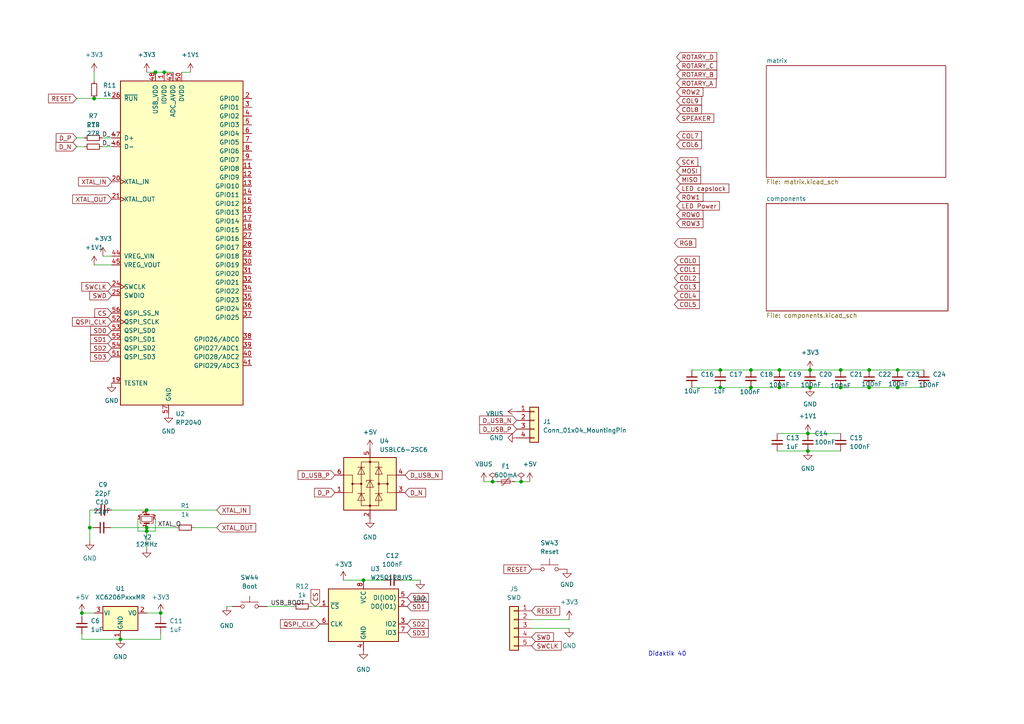
<source format=kicad_sch>
(kicad_sch (version 20230121) (generator eeschema)
  (paper "A4")
  (lib_symbols
    (symbol "Connector_Generic:Conn_01x04" (pin_names (offset 1.016) hide)
      (property "Reference" "J" (at 0 5.08 0))
      (property "Value" "Conn_01x04" (at 0 -7.62 0))
      (symbol "Conn_01x04_1_1"
        (rectangle (start -1.27 -4.953) (end 0 -5.207) (stroke (width 0.1524)))
        (rectangle (start -1.27 -2.413) (end 0 -2.667) (stroke (width 0.1524)))
        (rectangle (start -1.27 0.127) (end 0 -0.127) (stroke (width 0.1524)))
        (rectangle (start -1.27 2.667) (end 0 2.413) (stroke (width 0.1524)))
        (rectangle (start -1.27 3.81) (end 1.27 -6.35) (stroke (width 0.254)) (fill (type background)))
        (pin passive line (at -5.08 2.54 0) (length 3.81) (name "Pin_1") (number "1"))
        (pin passive line (at -5.08 0 0) (length 3.81) (name "Pin_2") (number "2"))
        (pin passive line (at -5.08 -2.54 0) (length 3.81) (name "Pin_3") (number "3"))
        (pin passive line (at -5.08 -5.08 0) (length 3.81) (name "Pin_4") (number "4"))
      )
    )
    (symbol "Connector_Generic:Conn_01x05" (pin_names (offset 1.016) hide)
      (property "Reference" "J" (at 0 7.62 0))
      (property "Value" "Conn_01x05" (at 0 -7.62 0))
      (symbol "Conn_01x05_1_1"
        (rectangle (start -1.27 -4.953) (end 0 -5.207) (stroke (width 0.1524)))
        (rectangle (start -1.27 -2.413) (end 0 -2.667) (stroke (width 0.1524)))
        (rectangle (start -1.27 0.127) (end 0 -0.127) (stroke (width 0.1524)))
        (rectangle (start -1.27 2.667) (end 0 2.413) (stroke (width 0.1524)))
        (rectangle (start -1.27 5.207) (end 0 4.953) (stroke (width 0.1524)))
        (rectangle (start -1.27 6.35) (end 1.27 -6.35) (stroke (width 0.254)) (fill (type background)))
        (pin passive line (at -5.08 5.08 0) (length 3.81) (name "Pin_1") (number "1"))
        (pin passive line (at -5.08 2.54 0) (length 3.81) (name "Pin_2") (number "2"))
        (pin passive line (at -5.08 0 0) (length 3.81) (name "Pin_3") (number "3"))
        (pin passive line (at -5.08 -2.54 0) (length 3.81) (name "Pin_4") (number "4"))
        (pin passive line (at -5.08 -5.08 0) (length 3.81) (name "Pin_5") (number "5"))
      )
    )
    (symbol "Device:C_Small" (pin_numbers hide) (pin_names (offset 0.254) hide)
      (property "Reference" "C" (at 0.254 1.778 0))
      (property "Value" "C_Small" (at 0.254 -2.032 0))
      (symbol "C_Small_0_1"
        (polyline (pts (xy -1.524 -0.508) (xy 1.524 -0.508)) (stroke (width 0.3302)))
        (polyline (pts (xy -1.524 0.508) (xy 1.524 0.508)) (stroke (width 0.3048)))
      )
      (symbol "C_Small_1_1"
        (pin passive line (at 0 2.54 270) (length 2.032) (name "~") (number "1"))
        (pin passive line (at 0 -2.54 90) (length 2.032) (name "~") (number "2"))
      )
    )
    (symbol "Device:Crystal_GND24_Small" (pin_names (offset 1.016) hide)
      (property "Reference" "Y" (at 1.27 4.445 0))
      (property "Value" "Crystal_GND24_Small" (at 1.27 2.54 0))
      (symbol "Crystal_GND24_Small_0_1"
        (rectangle (start -0.762 -1.524) (end 0.762 1.524))
        (polyline (pts (xy -1.27 -0.762) (xy -1.27 0.762)) (stroke (width 0.381)))
        (polyline (pts (xy 1.27 -0.762) (xy 1.27 0.762)) (stroke (width 0.381)))
        (polyline (pts (xy -1.27 -1.27) (xy -1.27 -1.905) (xy 1.27 -1.905) (xy 1.27 -1.27)))
        (polyline (pts (xy -1.27 1.27) (xy -1.27 1.905) (xy 1.27 1.905) (xy 1.27 1.27)))
      )
      (symbol "Crystal_GND24_Small_1_1"
        (pin passive line (at -2.54 0 0) (length 1.27) (name "1") (number "1"))
        (pin passive line (at 0 -2.54 90) (length 0.635) (name "2") (number "2"))
        (pin passive line (at 2.54 0 180) (length 1.27) (name "3") (number "3"))
        (pin passive line (at 0 2.54 270) (length 0.635) (name "4") (number "4"))
      )
    )
    (symbol "Device:Polyfuse_Small" (pin_numbers hide) (pin_names (offset 0))
      (property "Reference" "F" (at -1.905 0 90))
      (property "Value" "Polyfuse_Small" (at 1.905 0 90))
      (symbol "Polyfuse_Small_0_1"
        (rectangle (start -0.508 1.27) (end 0.508 -1.27))
        (polyline (pts (xy 0 2.54) (xy 0 -2.54)))
        (polyline (pts (xy -1.016 1.27) (xy -1.016 0.762) (xy 1.016 -0.762) (xy 1.016 -1.27)))
      )
      (symbol "Polyfuse_Small_1_1"
        (pin passive line (at 0 2.54 270) (length 0.635) (name "~") (number "1"))
        (pin passive line (at 0 -2.54 90) (length 0.635) (name "~") (number "2"))
      )
    )
    (symbol "Device:R_Small" (pin_numbers hide) (pin_names (offset 0.254) hide)
      (property "Reference" "R" (at 0.762 0.508 0))
      (property "Value" "R_Small" (at 0.762 -1.016 0))
      (symbol "R_Small_0_1"
        (rectangle (start -0.762 1.778) (end 0.762 -1.778) (stroke (width 0.2032)))
      )
      (symbol "R_Small_1_1"
        (pin passive line (at 0 2.54 270) (length 0.762) (name "~") (number "1"))
        (pin passive line (at 0 -2.54 90) (length 0.762) (name "~") (number "2"))
      )
    )
    (symbol "Memory_Flash:W25Q128JVS"
      (property "Reference" "U" (at -8.89 8.89 0))
      (property "Value" "W25Q128JVS" (at 7.62 8.89 0))
      (symbol "W25Q128JVS_0_1"
        (rectangle (start -10.16 7.62) (end 10.16 -7.62) (stroke (width 0.254)) (fill (type background)))
      )
      (symbol "W25Q128JVS_1_1"
        (pin input line (at -12.7 2.54 0) (length 2.54) (name "~{CS}") (number "1"))
        (pin bidirectional line (at 12.7 2.54 180) (length 2.54) (name "DO(IO1)") (number "2"))
        (pin bidirectional line (at 12.7 -2.54 180) (length 2.54) (name "IO2") (number "3"))
        (pin power_in line (at 0 -10.16 90) (length 2.54) (name "GND") (number "4"))
        (pin bidirectional line (at 12.7 5.08 180) (length 2.54) (name "DI(IO0)") (number "5"))
        (pin input line (at -12.7 -2.54 0) (length 2.54) (name "CLK") (number "6"))
        (pin bidirectional line (at 12.7 -5.08 180) (length 2.54) (name "IO3") (number "7"))
        (pin power_in line (at 0 10.16 270) (length 2.54) (name "VCC") (number "8"))
      )
    )
    (symbol "Power_Protection:USBLC6-2SC6" (pin_names hide)
      (property "Reference" "U" (at 2.54 8.89 0))
      (property "Value" "USBLC6-2SC6" (at 2.54 -8.89 0))
      (symbol "USBLC6-2SC6_0_1"
        (rectangle (start -7.62 -7.62) (end 7.62 7.62) (stroke (width 0.254)) (fill (type background)))
        (circle (center -5.08 0) (radius 0.254) (fill (type outline)))
        (circle (center -2.54 0) (radius 0.254) (fill (type outline)))
        (rectangle (start -2.54 6.35) (end 2.54 -6.35))
        (circle (center 0 -6.35) (radius 0.254) (fill (type outline)))
        (polyline (pts (xy -5.08 -2.54) (xy -7.62 -2.54)))
        (polyline (pts (xy -5.08 0) (xy -5.08 -2.54)))
        (polyline (pts (xy -5.08 2.54) (xy -7.62 2.54)))
        (polyline (pts (xy -1.524 -2.794) (xy -3.556 -2.794)))
        (polyline (pts (xy -1.524 4.826) (xy -3.556 4.826)))
        (polyline (pts (xy 0 -7.62) (xy 0 -6.35)))
        (polyline (pts (xy 0 -6.35) (xy 0 1.27)))
        (polyline (pts (xy 0 1.27) (xy 0 6.35)))
        (polyline (pts (xy 0 6.35) (xy 0 7.62)))
        (polyline (pts (xy 1.524 -2.794) (xy 3.556 -2.794)))
        (polyline (pts (xy 1.524 4.826) (xy 3.556 4.826)))
        (polyline (pts (xy 5.08 -2.54) (xy 7.62 -2.54)))
        (polyline (pts (xy 5.08 0) (xy 5.08 -2.54)))
        (polyline (pts (xy 5.08 2.54) (xy 7.62 2.54)))
        (polyline (pts (xy -2.54 0) (xy -5.08 0) (xy -5.08 2.54)))
        (polyline (pts (xy 2.54 0) (xy 5.08 0) (xy 5.08 2.54)))
        (polyline (pts (xy -3.556 -4.826) (xy -1.524 -4.826) (xy -2.54 -2.794) (xy -3.556 -4.826)))
        (polyline (pts (xy -3.556 2.794) (xy -1.524 2.794) (xy -2.54 4.826) (xy -3.556 2.794)))
        (polyline (pts (xy -1.016 -1.016) (xy 1.016 -1.016) (xy 0 1.016) (xy -1.016 -1.016)))
        (polyline (pts (xy 1.016 1.016) (xy 0.762 1.016) (xy -1.016 1.016) (xy -1.016 0.508)))
        (polyline (pts (xy 3.556 -4.826) (xy 1.524 -4.826) (xy 2.54 -2.794) (xy 3.556 -4.826)))
        (polyline (pts (xy 3.556 2.794) (xy 1.524 2.794) (xy 2.54 4.826) (xy 3.556 2.794)))
        (circle (center 0 6.35) (radius 0.254) (fill (type outline)))
        (circle (center 2.54 0) (radius 0.254) (fill (type outline)))
        (circle (center 5.08 0) (radius 0.254) (fill (type outline)))
      )
      (symbol "USBLC6-2SC6_1_1"
        (pin passive line (at -10.16 -2.54 0) (length 2.54) (name "I/O1") (number "1"))
        (pin passive line (at 0 -10.16 90) (length 2.54) (name "GND") (number "2"))
        (pin passive line (at 10.16 -2.54 180) (length 2.54) (name "I/O2") (number "3"))
        (pin passive line (at 10.16 2.54 180) (length 2.54) (name "I/O2") (number "4"))
        (pin passive line (at 0 10.16 270) (length 2.54) (name "VBUS") (number "5"))
        (pin passive line (at -10.16 2.54 0) (length 2.54) (name "I/O1") (number "6"))
      )
    )
    (symbol "Regulator_Linear:XC6206PxxxMR" (pin_names (offset 0.254))
      (property "Reference" "U" (at -3.81 3.175 0))
      (property "Value" "XC6206PxxxMR" (at 0 3.175 0))
      (symbol "XC6206PxxxMR_0_1"
        (rectangle (start -5.08 1.905) (end 5.08 -5.08) (stroke (width 0.254)) (fill (type background)))
      )
      (symbol "XC6206PxxxMR_1_1"
        (pin power_in line (at 0 -7.62 90) (length 2.54) (name "GND") (number "1"))
        (pin power_out line (at 7.62 0 180) (length 2.54) (name "VO") (number "2"))
        (pin power_in line (at -7.62 0 0) (length 2.54) (name "VI") (number "3"))
      )
    )
    (symbol "Sleep-lib:RP2040" (pin_names (offset 1.016))
      (property "Reference" "U" (at 8.89 51.435 0))
      (property "Value" "RP2040" (at 8.89 48.895 0))
      (symbol "RP2040_0_0"
        (rectangle (start -17.78 -45.72) (end 17.78 48.26) (stroke (width 0.254)) (fill (type background)))
      )
      (symbol "RP2040_1_1"
        (pin power_in line (at -5.08 50.8 270) (length 2.54) (name "IOVDD") (number "1"))
        (pin power_in line (at -5.08 50.8 270) (length 2.54) hide (name "IOVDD") (number "10"))
        (pin input line (at 20.32 22.86 180) (length 2.54) (name "GPIO8") (number "11"))
        (pin input line (at 20.32 20.32 180) (length 2.54) (name "GPIO9") (number "12"))
        (pin input line (at 20.32 17.78 180) (length 2.54) (name "GPIO10") (number "13"))
        (pin input line (at 20.32 15.24 180) (length 2.54) (name "GPIO11") (number "14"))
        (pin input line (at 20.32 12.7 180) (length 2.54) (name "GPIO12") (number "15"))
        (pin input line (at 20.32 10.16 180) (length 2.54) (name "GPIO13") (number "16"))
        (pin input line (at 20.32 7.62 180) (length 2.54) (name "GPIO14") (number "17"))
        (pin input line (at 20.32 5.08 180) (length 2.54) (name "GPIO15") (number "18"))
        (pin input line (at -20.32 -39.37 0) (length 2.54) (name "TESTEN") (number "19"))
        (pin input line (at 20.32 43.18 180) (length 2.54) (name "GPIO0") (number "2"))
        (pin input clock (at -20.32 19.05 0) (length 2.54) (name "XTAL_IN") (number "20"))
        (pin input clock (at -20.32 13.97 0) (length 2.54) (name "XTAL_OUT") (number "21"))
        (pin power_in line (at -5.08 50.8 270) (length 2.54) hide (name "IOVDD") (number "22"))
        (pin power_in line (at 0 50.8 270) (length 2.54) hide (name "DVDD") (number "23"))
        (pin input clock (at -20.32 -11.43 0) (length 2.54) (name "SWCLK") (number "24"))
        (pin bidirectional line (at -20.32 -13.97 0) (length 2.54) (name "SWDIO") (number "25"))
        (pin input line (at -20.32 43.18 0) (length 2.54) (name "~{RUN}") (number "26"))
        (pin input line (at 20.32 2.54 180) (length 2.54) (name "GPIO16") (number "27"))
        (pin input line (at 20.32 0 180) (length 2.54) (name "GPIO17") (number "28"))
        (pin input line (at 20.32 -2.54 180) (length 2.54) (name "GPIO18") (number "29"))
        (pin input line (at 20.32 40.64 180) (length 2.54) (name "GPIO1") (number "3"))
        (pin input line (at 20.32 -5.08 180) (length 2.54) (name "GPIO19") (number "30"))
        (pin input line (at 20.32 -7.62 180) (length 2.54) (name "GPIO20") (number "31"))
        (pin input line (at 20.32 -10.16 180) (length 2.54) (name "GPIO21") (number "32"))
        (pin power_in line (at -5.08 50.8 270) (length 2.54) hide (name "IOVDD") (number "33"))
        (pin input line (at 20.32 -12.7 180) (length 2.54) (name "GPIO22") (number "34"))
        (pin input line (at 20.32 -15.24 180) (length 2.54) (name "GPIO23") (number "35"))
        (pin input line (at 20.32 -17.78 180) (length 2.54) (name "GPIO24") (number "36"))
        (pin input line (at 20.32 -20.32 180) (length 2.54) (name "GPIO25") (number "37"))
        (pin input line (at 20.32 -26.67 180) (length 2.54) (name "GPIO26/ADC0") (number "38"))
        (pin input line (at 20.32 -29.21 180) (length 2.54) (name "GPIO27/ADC1") (number "39"))
        (pin input line (at 20.32 38.1 180) (length 2.54) (name "GPIO2") (number "4"))
        (pin input line (at 20.32 -31.75 180) (length 2.54) (name "GPIO28/ADC2") (number "40"))
        (pin input line (at 20.32 -34.29 180) (length 2.54) (name "GPIO29/ADC3") (number "41"))
        (pin power_in line (at -5.08 50.8 270) (length 2.54) hide (name "IOVDD") (number "42"))
        (pin power_in line (at -2.54 50.8 270) (length 2.54) (name "ADC_AVDD") (number "43"))
        (pin power_in line (at -20.32 -2.54 0) (length 2.54) (name "VREG_VIN") (number "44"))
        (pin power_out line (at -20.32 -5.08 0) (length 2.54) (name "VREG_VOUT") (number "45"))
        (pin bidirectional line (at -20.32 29.21 0) (length 2.54) (name "D-") (number "46"))
        (pin bidirectional line (at -20.32 31.75 0) (length 2.54) (name "D+") (number "47"))
        (pin power_in line (at -7.62 50.8 270) (length 2.54) (name "USB_VDD") (number "48"))
        (pin power_in line (at -5.08 50.8 270) (length 2.54) hide (name "IOVDD") (number "49"))
        (pin input line (at 20.32 35.56 180) (length 2.54) (name "GPIO3") (number "5"))
        (pin power_in line (at 0 50.8 270) (length 2.54) (name "DVDD") (number "50"))
        (pin bidirectional line (at -20.32 -31.75 0) (length 2.54) (name "QSPI_SD3") (number "51"))
        (pin input clock (at -20.32 -21.59 0) (length 2.54) (name "QSPI_SCLK") (number "52"))
        (pin bidirectional line (at -20.32 -24.13 0) (length 2.54) (name "QSPI_SD0") (number "53"))
        (pin bidirectional line (at -20.32 -29.21 0) (length 2.54) (name "QSPI_SD2") (number "54"))
        (pin bidirectional line (at -20.32 -26.67 0) (length 2.54) (name "QSPI_SD1") (number "55"))
        (pin bidirectional line (at -20.32 -19.05 0) (length 2.54) (name "QSPI_SS_N") (number "56"))
        (pin power_in line (at -3.81 -48.26 90) (length 2.54) (name "GND") (number "57"))
        (pin input line (at 20.32 33.02 180) (length 2.54) (name "GPIO4") (number "6"))
        (pin input line (at 20.32 30.48 180) (length 2.54) (name "GPIO5") (number "7"))
        (pin input line (at 20.32 27.94 180) (length 2.54) (name "GPIO6") (number "8"))
        (pin input line (at 20.32 25.4 180) (length 2.54) (name "GPIO7") (number "9"))
      )
    )
    (symbol "Switch:SW_Push" (pin_numbers hide) (pin_names (offset 1.016) hide)
      (property "Reference" "SW" (at 1.27 2.54 0))
      (property "Value" "SW_Push" (at 0 -1.524 0))
      (symbol "SW_Push_0_1"
        (circle (center -2.032 0) (radius 0.508))
        (polyline (pts (xy 0 1.27) (xy 0 3.048)))
        (polyline (pts (xy 2.54 1.27) (xy -2.54 1.27)))
        (circle (center 2.032 0) (radius 0.508))
        (pin passive line (at -5.08 0 0) (length 2.54) (name "1") (number "1"))
        (pin passive line (at 5.08 0 180) (length 2.54) (name "2") (number "2"))
      )
    )
    (symbol "power:+1V1" (power) (pin_names (offset 0))
      (property "Value" "+1V1" (at 0 3.556 0))
      (symbol "+1V1_0_1"
        (polyline (pts (xy -0.762 1.27) (xy 0 2.54)))
        (polyline (pts (xy 0 0) (xy 0 2.54)))
        (polyline (pts (xy 0 2.54) (xy 0.762 1.27)))
      )
      (symbol "+1V1_1_1"
        (pin power_in line (at 0 0 90) (length 0) hide (name "+1V1") (number "1"))
      )
    )
    (symbol "power:+3V3" (power) (pin_names (offset 0))
      (property "Value" "+3V3" (at 0 3.556 0))
      (symbol "+3V3_0_1"
        (polyline (pts (xy -0.762 1.27) (xy 0 2.54)))
        (polyline (pts (xy 0 0) (xy 0 2.54)))
        (polyline (pts (xy 0 2.54) (xy 0.762 1.27)))
      )
      (symbol "+3V3_1_1"
        (pin power_in line (at 0 0 90) (length 0) hide (name "+3V3") (number "1"))
      )
    )
    (symbol "power:+5V" (power) (pin_names (offset 0))
      (property "Value" "+5V" (at 0 3.556 0))
      (symbol "+5V_0_1"
        (polyline (pts (xy -0.762 1.27) (xy 0 2.54)))
        (polyline (pts (xy 0 0) (xy 0 2.54)))
        (polyline (pts (xy 0 2.54) (xy 0.762 1.27)))
      )
      (symbol "+5V_1_1"
        (pin power_in line (at 0 0 90) (length 0) hide (name "+5V") (number "1"))
      )
    )
    (symbol "power:GND" (power) (pin_names (offset 0))
      (property "Value" "GND" (at 0 -3.81 0))
      (symbol "GND_0_1"
        (polyline (pts (xy 0 0) (xy 0 -1.27) (xy 1.27 -1.27) (xy 0 -2.54) (xy -1.27 -1.27) (xy 0 -1.27)))
      )
      (symbol "GND_1_1"
        (pin power_in line (at 0 0 270) (length 0) hide (name "GND") (number "1"))
      )
    )
    (symbol "power:PWR_FLAG" (power) (pin_numbers hide) (pin_names (offset 0) hide)
      (property "Value" "PWR_FLAG" (at 0 3.81 0))
      (symbol "PWR_FLAG_0_0"
        (pin power_out line (at 0 0 90) (length 0) (name "pwr") (number "1"))
      )
      (symbol "PWR_FLAG_0_1"
        (polyline (pts (xy 0 0) (xy 0 1.27) (xy -1.016 1.905) (xy 0 2.54) (xy 1.016 1.905) (xy 0 1.27)))
      )
    )
    (symbol "power:VBUS" (power) (pin_names (offset 0))
      (property "Value" "VBUS" (at 0 3.81 0))
      (symbol "VBUS_0_1"
        (polyline (pts (xy -0.762 1.27) (xy 0 2.54)))
        (polyline (pts (xy 0 0) (xy 0 2.54)))
        (polyline (pts (xy 0 2.54) (xy 0.762 1.27)))
      )
      (symbol "VBUS_1_1"
        (pin power_in line (at 0 0 90) (length 0) hide (name "VBUS") (number "1"))
      )
    )
  )
  (junction (at 151.13 139.7))
  (junction (at 26.035 153.035))
  (junction (at 47.625 20.955))
  (junction (at 260.35 107.315))
  (junction (at 234.315 125.73))
  (junction (at 234.315 130.81))
  (junction (at 42.545 147.955))
  (junction (at 252.095 107.315))
  (junction (at 142.875 139.7))
  (junction (at 243.84 107.315))
  (junction (at 243.84 112.395))
  (junction (at 252.095 112.395))
  (junction (at 226.06 112.395))
  (junction (at 45.085 20.955))
  (junction (at 217.805 112.395))
  (junction (at 105.41 168.275))
  (junction (at 208.915 107.315))
  (junction (at 208.915 112.395))
  (junction (at 234.95 112.395))
  (junction (at 42.545 153.035))
  (junction (at 226.06 107.315))
  (junction (at 34.925 185.42))
  (junction (at 27.305 28.575))
  (junction (at 46.609 177.8))
  (junction (at 42.545 154.051))
  (junction (at 217.805 107.315))
  (junction (at 23.749 177.8))
  (junction (at 234.95 107.315))
  (junction (at 260.35 112.395))
  (wire (pts (xy 26.035 156.845) (xy 26.035 153.035)))
  (wire (pts (xy 46.609 185.42) (xy 46.609 183.896)))
  (wire (pts (xy 226.06 107.315) (xy 234.95 107.315)))
  (wire (pts (xy 29.591 42.545) (xy 32.385 42.545)))
  (wire (pts (xy 26.035 153.035) (xy 26.035 147.955)))
  (wire (pts (xy 99.568 168.275) (xy 105.41 168.275)))
  (wire (pts (xy 42.545 177.8) (xy 46.609 177.8)))
  (wire (pts (xy 200.66 107.315) (xy 208.915 107.315)))
  (wire (pts (xy 45.085 20.955) (xy 42.545 20.955)))
  (wire (pts (xy 217.805 112.395) (xy 226.06 112.395)))
  (wire (pts (xy 208.915 112.395) (xy 217.805 112.395)))
  (wire (pts (xy 29.845 74.295) (xy 32.385 74.295)))
  (wire (pts (xy 27.305 76.835) (xy 32.385 76.835)))
  (wire (pts (xy 92.71 175.895) (xy 90.17 175.895)))
  (wire (pts (xy 34.925 185.42) (xy 46.609 185.42)))
  (wire (pts (xy 27.305 28.575) (xy 32.385 28.575)))
  (wire (pts (xy 234.315 125.73) (xy 243.84 125.73)))
  (wire (pts (xy 151.13 139.7) (xy 153.67 139.7)))
  (wire (pts (xy 23.749 183.896) (xy 23.749 185.42)))
  (wire (pts (xy 243.84 107.315) (xy 252.095 107.315)))
  (wire (pts (xy 42.545 153.035) (xy 51.181 153.035)))
  (wire (pts (xy 234.315 130.81) (xy 243.84 130.81)))
  (wire (pts (xy 45.085 150.495) (xy 45.085 154.051)))
  (wire (pts (xy 234.95 107.315) (xy 243.84 107.315)))
  (wire (pts (xy 22.225 42.545) (xy 24.511 42.545)))
  (wire (pts (xy 260.35 112.395) (xy 267.97 112.395)))
  (wire (pts (xy 140.335 139.7) (xy 142.875 139.7)))
  (wire (pts (xy 27.051 153.035) (xy 26.035 153.035)))
  (wire (pts (xy 47.625 20.955) (xy 45.085 20.955)))
  (wire (pts (xy 26.035 147.955) (xy 27.305 147.955)))
  (wire (pts (xy 217.805 107.315) (xy 226.06 107.315)))
  (wire (pts (xy 142.875 139.7) (xy 144.145 139.7)))
  (wire (pts (xy 226.06 112.395) (xy 234.95 112.395)))
  (wire (pts (xy 67.31 175.895) (xy 65.786 175.895)))
  (wire (pts (xy 42.545 154.051) (xy 42.545 159.131)))
  (wire (pts (xy 154.178 179.705) (xy 165.1 179.705)))
  (wire (pts (xy 243.84 112.395) (xy 252.095 112.395)))
  (wire (pts (xy 85.09 175.895) (xy 77.47 175.895)))
  (wire (pts (xy 260.35 107.315) (xy 267.97 107.315)))
  (wire (pts (xy 23.749 177.8) (xy 23.749 178.816)))
  (wire (pts (xy 32.131 153.035) (xy 42.545 153.035)))
  (wire (pts (xy 208.915 107.315) (xy 217.805 107.315)))
  (wire (pts (xy 116.332 168.275) (xy 121.92 168.275)))
  (wire (pts (xy 46.609 177.8) (xy 46.609 178.816)))
  (wire (pts (xy 22.225 28.575) (xy 27.305 28.575)))
  (wire (pts (xy 252.095 112.395) (xy 260.35 112.395)))
  (wire (pts (xy 252.095 107.315) (xy 260.35 107.315)))
  (wire (pts (xy 154.178 182.245) (xy 165.1 182.245)))
  (wire (pts (xy 149.225 139.7) (xy 151.13 139.7)))
  (wire (pts (xy 27.305 20.955) (xy 27.305 23.495)))
  (wire (pts (xy 32.385 147.955) (xy 42.545 147.955)))
  (wire (pts (xy 225.425 125.73) (xy 234.315 125.73)))
  (wire (pts (xy 40.005 154.051) (xy 42.545 154.051)))
  (wire (pts (xy 45.085 154.051) (xy 42.545 154.051)))
  (wire (pts (xy 234.95 112.395) (xy 243.84 112.395)))
  (wire (pts (xy 22.225 40.005) (xy 24.511 40.005)))
  (wire (pts (xy 52.705 20.955) (xy 55.245 20.955)))
  (wire (pts (xy 56.261 153.035) (xy 62.865 153.035)))
  (wire (pts (xy 200.66 112.395) (xy 208.915 112.395)))
  (wire (pts (xy 225.425 130.81) (xy 234.315 130.81)))
  (wire (pts (xy 50.165 20.955) (xy 47.625 20.955)))
  (wire (pts (xy 27.305 177.8) (xy 23.749 177.8)))
  (wire (pts (xy 40.005 150.495) (xy 40.005 154.051)))
  (wire (pts (xy 42.545 147.955) (xy 62.865 147.955)))
  (wire (pts (xy 29.591 40.005) (xy 32.385 40.005)))
  (wire (pts (xy 23.749 185.42) (xy 34.925 185.42)))
  (wire (pts (xy 105.41 168.275) (xy 111.252 168.275)))
  (text "Didaktik 40" (at 187.96 190.5 0) (effects (font (size 1.27 1.27)) (justify left bottom)))
  (label "XTAL_O" (at 45.72 153.035 0))
  (label "D_+" (at 29.591 40.005 0))
  (label "USB_BOOT" (at 78.486 175.895 0))
  (label "D_-" (at 29.591 42.545 0))
  (global_label "XTAL_OUT" (shape input) (at 32.385 57.785 180) (property "Intersheetrefs" "${INTERSHEET_REFS}" (effects hide)))
  (global_label "COL8" (shape input) (at 196.215 31.75 0) (property "Intersheetrefs" "${INTERSHEET_REFS}" (effects hide)))
  (global_label "D_USB_N" (shape input) (at 149.86 121.92 180) (property "Intersheetrefs" "${INTERSHEET_REFS}" (effects hide)))
  (global_label "RESET" (shape input) (at 154.305 165.1 180) (property "Intersheetrefs" "${INTERSHEET_REFS}" (effects hide)))
  (global_label "SPEAKER" (shape input) (at 196.215 34.29 0) (property "Intersheetrefs" "${INTERSHEET_REFS}" (effects hide)))
  (global_label "SD3" (shape input) (at 118.11 183.515 0) (property "Intersheetrefs" "${INTERSHEET_REFS}" (effects hide)))
  (global_label "D_N" (shape input) (at 117.475 142.875 0) (property "Intersheetrefs" "${INTERSHEET_REFS}" (effects hide)))
  (global_label "LED capslock" (shape input) (at 196.215 54.61 0) (property "Intersheetrefs" "${INTERSHEET_REFS}" (effects hide)))
  (global_label "RESET" (shape input) (at 22.225 28.575 180) (property "Intersheetrefs" "${INTERSHEET_REFS}" (effects hide)))
  (global_label "CS" (shape input) (at 91.44 175.895 90) (property "Intersheetrefs" "${INTERSHEET_REFS}" (effects hide)))
  (global_label "CS" (shape input) (at 32.385 90.805 180) (property "Intersheetrefs" "${INTERSHEET_REFS}" (effects hide)))
  (global_label "ROW0" (shape input) (at 196.215 62.23 0) (property "Intersheetrefs" "${INTERSHEET_REFS}" (effects hide)))
  (global_label "SD0" (shape input) (at 32.385 95.885 180) (property "Intersheetrefs" "${INTERSHEET_REFS}" (effects hide)))
  (global_label "D_P" (shape input) (at 97.155 142.875 180) (property "Intersheetrefs" "${INTERSHEET_REFS}" (effects hide)))
  (global_label "XTAL_IN" (shape input) (at 32.385 52.705 180) (property "Intersheetrefs" "${INTERSHEET_REFS}" (effects hide)))
  (global_label "COL1" (shape input) (at 195.58 78.105 0) (property "Intersheetrefs" "${INTERSHEET_REFS}" (effects hide)))
  (global_label "XTAL_IN" (shape input) (at 62.865 147.955 0) (property "Intersheetrefs" "${INTERSHEET_REFS}" (effects hide)))
  (global_label "SD1" (shape input) (at 118.11 175.895 0) (property "Intersheetrefs" "${INTERSHEET_REFS}" (effects hide)))
  (global_label "SWCLK" (shape input) (at 154.178 187.325 0) (property "Intersheetrefs" "${INTERSHEET_REFS}" (effects hide)))
  (global_label "COL3" (shape input) (at 195.58 83.185 0) (property "Intersheetrefs" "${INTERSHEET_REFS}" (effects hide)))
  (global_label "ROW1" (shape input) (at 196.215 57.15 0) (property "Intersheetrefs" "${INTERSHEET_REFS}" (effects hide)))
  (global_label "COL6" (shape input) (at 196.215 41.91 0) (property "Intersheetrefs" "${INTERSHEET_REFS}" (effects hide)))
  (global_label "ROTARY_A" (shape input) (at 196.215 24.13 0) (property "Intersheetrefs" "${INTERSHEET_REFS}" (effects hide)))
  (global_label "QSPI_CLK" (shape input) (at 32.385 93.345 180) (property "Intersheetrefs" "${INTERSHEET_REFS}" (effects hide)))
  (global_label "COL4" (shape input) (at 195.58 85.725 0) (property "Intersheetrefs" "${INTERSHEET_REFS}" (effects hide)))
  (global_label "ROTARY_B" (shape input) (at 196.215 21.59 0) (property "Intersheetrefs" "${INTERSHEET_REFS}" (effects hide)))
  (global_label "SWCLK" (shape input) (at 32.385 83.185 180) (property "Intersheetrefs" "${INTERSHEET_REFS}" (effects hide)))
  (global_label "LED Power" (shape input) (at 196.215 59.69 0) (property "Intersheetrefs" "${INTERSHEET_REFS}" (effects hide)))
  (global_label "COL5" (shape input) (at 195.58 88.265 0) (property "Intersheetrefs" "${INTERSHEET_REFS}" (effects hide)))
  (global_label "COL0" (shape input) (at 195.58 75.565 0) (property "Intersheetrefs" "${INTERSHEET_REFS}" (effects hide)))
  (global_label "RGB" (shape input) (at 195.58 70.485 0) (property "Intersheetrefs" "${INTERSHEET_REFS}" (effects hide)))
  (global_label "SWD" (shape input) (at 154.178 184.785 0) (property "Intersheetrefs" "${INTERSHEET_REFS}" (effects hide)))
  (global_label "D_N" (shape input) (at 22.225 42.545 180) (property "Intersheetrefs" "${INTERSHEET_REFS}" (effects hide)))
  (global_label "SD2" (shape input) (at 32.385 100.965 180) (property "Intersheetrefs" "${INTERSHEET_REFS}" (effects hide)))
  (global_label "SD0" (shape input) (at 118.11 173.355 0) (property "Intersheetrefs" "${INTERSHEET_REFS}" (effects hide)))
  (global_label "MOSI" (shape input) (at 196.215 49.53 0) (property "Intersheetrefs" "${INTERSHEET_REFS}" (effects hide)))
  (global_label "RESET" (shape input) (at 154.178 177.165 0) (property "Intersheetrefs" "${INTERSHEET_REFS}" (effects hide)))
  (global_label "COL9" (shape input) (at 196.215 29.21 0) (property "Intersheetrefs" "${INTERSHEET_REFS}" (effects hide)))
  (global_label "MISO" (shape input) (at 196.215 52.07 0) (property "Intersheetrefs" "${INTERSHEET_REFS}" (effects hide)))
  (global_label "ROW2" (shape input) (at 196.215 26.67 0) (property "Intersheetrefs" "${INTERSHEET_REFS}" (effects hide)))
  (global_label "D_USB_P" (shape input) (at 97.155 137.795 180) (property "Intersheetrefs" "${INTERSHEET_REFS}" (effects hide)))
  (global_label "QSPI_CLK" (shape input) (at 92.71 180.975 180) (property "Intersheetrefs" "${INTERSHEET_REFS}" (effects hide)))
  (global_label "XTAL_OUT" (shape input) (at 62.865 153.035 0) (property "Intersheetrefs" "${INTERSHEET_REFS}" (effects hide)))
  (global_label "D_P" (shape input) (at 22.225 40.005 180) (property "Intersheetrefs" "${INTERSHEET_REFS}" (effects hide)))
  (global_label "SWD" (shape input) (at 32.385 85.725 180) (property "Intersheetrefs" "${INTERSHEET_REFS}" (effects hide)))
  (global_label "ROTARY_C" (shape input) (at 196.215 19.05 0) (property "Intersheetrefs" "${INTERSHEET_REFS}" (effects hide)))
  (global_label "SCK" (shape input) (at 196.215 46.99 0) (property "Intersheetrefs" "${INTERSHEET_REFS}" (effects hide)))
  (global_label "D_USB_P" (shape input) (at 149.86 124.46 180) (property "Intersheetrefs" "${INTERSHEET_REFS}" (effects hide)))
  (global_label "COL7" (shape input) (at 196.215 39.37 0) (property "Intersheetrefs" "${INTERSHEET_REFS}" (effects hide)))
  (global_label "SD3" (shape input) (at 32.385 103.505 180) (property "Intersheetrefs" "${INTERSHEET_REFS}" (effects hide)))
  (global_label "SD1" (shape input) (at 32.385 98.425 180) (property "Intersheetrefs" "${INTERSHEET_REFS}" (effects hide)))
  (global_label "SD2" (shape input) (at 118.11 180.975 0) (property "Intersheetrefs" "${INTERSHEET_REFS}" (effects hide)))
  (global_label "ROTARY_D" (shape input) (at 196.215 16.51 0) (property "Intersheetrefs" "${INTERSHEET_REFS}" (effects hide)))
  (global_label "COL2" (shape input) (at 195.58 80.645 0) (property "Intersheetrefs" "${INTERSHEET_REFS}" (effects hide)))
  (global_label "ROW3" (shape input) (at 196.215 64.77 0) (property "Intersheetrefs" "${INTERSHEET_REFS}" (effects hide)))
  (global_label "D_USB_N" (shape input) (at 117.475 137.795 0) (property "Intersheetrefs" "${INTERSHEET_REFS}" (effects hide)))
  (symbol (lib_id "power:GND") (at 34.925 185.42 0) (unit 1)
    (property "Reference" "#PWR012" (effects hide))
    (property "Value" "GND" (at 34.925 190.5 0))
  )
  (symbol (lib_id "power:+1V1") (at 27.305 76.835 0) (unit 1)
    (property "Reference" "#PWR02" (effects hide))
    (property "Value" "+1V1" (at 27.305 71.755 0))
  )
  (symbol (lib_id "power:+5V") (at 153.67 139.7 0) (unit 1)
    (property "Reference" "#PWR035" (effects hide))
    (property "Value" "+5V" (at 153.67 134.62 0))
  )
  (symbol (lib_id "Device:Crystal_GND24_Small") (at 42.545 150.495 90) (unit 1)
    (property "Reference" "Y2" (at 42.799 155.829 90))
    (property "Value" "12MHz" (at 42.545 157.861 90))
    (property "Footprint" "Crystal:Crystal_SMD_3225-4Pin_3.2x2.5mm" (effects hide))
  )
  (symbol (lib_id "power:GND") (at 149.86 127 270) (unit 1)
    (property "Reference" "#PWR0118" (effects hide))
    (property "Value" "GND" (at 146.05 126.9999 90) (effects (justify right)))
  )
  (symbol (lib_id "power:+3V3") (at 29.845 74.295 0) (unit 1)
    (property "Reference" "#PWR03" (effects hide))
    (property "Value" "+3V3" (at 29.845 69.215 0))
  )
  (symbol (lib_id "power:GND") (at 234.95 112.395 0) (unit 1)
    (property "Reference" "#PWR020" (effects hide))
    (property "Value" "GND" (at 234.95 117.221 0))
  )
  (symbol (lib_id "Connector_Generic:Conn_01x05") (at 149.098 182.245 0) (mirror y) (unit 1)
    (property "Reference" "J5" (at 149.098 170.815 0))
    (property "Value" "SWD" (at 149.098 173.355 0))
    (property "Footprint" "Connector_PinSocket_2.54mm:PinSocket_1x05_P2.54mm_Vertical" (effects hide))
  )
  (symbol (lib_id "power:+1V1") (at 55.245 20.955 0) (unit 1)
    (property "Reference" "#PWR07" (effects hide))
    (property "Value" "+1V1" (at 55.245 15.875 0))
  )
  (symbol (lib_id "Device:C_Small") (at 29.591 153.035 90) (unit 1)
    (property "Reference" "C10" (at 29.5973 145.669 90))
    (property "Value" "22pF" (at 29.5973 148.209 90))
    (property "Footprint" "Capacitor_SMD:C_0402_1005Metric" (effects hide))
  )
  (symbol (lib_id "power:GND") (at 26.035 156.845 0) (unit 1)
    (property "Reference" "#PWR011" (effects hide))
    (property "Value" "GND" (at 26.035 161.925 0))
  )
  (symbol (lib_id "Memory_Flash:W25Q128JVS") (at 105.41 178.435 0) (unit 1)
    (property "Reference" "U3" (at 107.4294 164.973 0) (effects (justify left)))
    (property "Value" "W25Q128JVS" (at 107.4294 167.513 0) (effects (justify left)))
    (property "Footprint" "Package_SO:SOIC-8_5.23x5.23mm_P1.27mm" (effects hide))
    (property "Datasheet" "http://www.winbond.com/resource-files/w25q128jv_dtr%20revc%2003272018%20plus.pdf" (effects hide))
  )
  (symbol (lib_id "Device:C_Small") (at 208.915 109.855 0) (unit 1)
    (property "Reference" "C17" (at 211.455 108.5912 0) (effects (justify left)))
    (property "Value" "1uF" (at 206.883 113.411 0) (effects (justify left)))
    (property "Footprint" "Capacitor_SMD:C_0402_1005Metric" (effects hide))
  )
  (symbol (lib_id "power:GND") (at 48.895 120.015 0) (unit 1)
    (property "Reference" "#PWR06" (effects hide))
    (property "Value" "GND" (at 48.895 125.095 0))
  )
  (symbol (lib_id "Power_Protection:USBLC6-2SC6") (at 107.315 140.335 0) (unit 1)
    (property "Reference" "U4" (at 110.0837 127.889 0) (effects (justify left)))
    (property "Value" "USBLC6-2SC6" (at 110.0837 130.429 0) (effects (justify left)))
    (property "Footprint" "Package_TO_SOT_SMD:SOT-23-6" (effects hide))
    (property "Datasheet" "https://www.st.com/resource/en/datasheet/usblc6-2.pdf" (effects hide))
  )
  (symbol (lib_id "Switch:SW_Push") (at 72.39 175.895 0) (unit 1)
    (property "Reference" "SW44" (at 72.39 167.513 0))
    (property "Value" "Boot" (at 72.39 170.053 0))
    (property "Footprint" "Keebio-Parts:SW_SPST_TL3342" (effects hide))
  )
  (symbol (lib_id "power:PWR_FLAG") (at 151.13 139.7 0) (unit 1)
    (property "Reference" "#FLG02" (effects hide))
    (property "Value" "PWR_FLAG" (effects hide))
  )
  (symbol (lib_id "Device:C_Small") (at 23.749 181.356 0) (unit 1)
    (property "Reference" "C6" (at 26.289 180.0922 0) (effects (justify left)))
    (property "Value" "1uF" (at 26.289 182.6322 0) (effects (justify left)))
    (property "Footprint" "Capacitor_SMD:C_0402_1005Metric" (effects hide))
  )
  (symbol (lib_id "power:GND") (at 121.92 168.275 0) (unit 1)
    (property "Reference" "#PWR028" (effects hide))
    (property "Value" "GND" (at 121.92 173.863 0))
  )
  (symbol (lib_id "Device:C_Small") (at 243.84 109.855 0) (unit 1)
    (property "Reference" "C21" (at 246.38 108.5912 0) (effects (justify left)))
    (property "Value" "100nF" (at 240.792 111.887 0) (effects (justify left)))
    (property "Footprint" "Capacitor_SMD:C_0402_1005Metric" (effects hide))
  )
  (symbol (lib_id "power:+3V3") (at 234.95 107.315 0) (unit 1)
    (property "Reference" "#PWR019" (effects hide))
    (property "Value" "+3V3" (at 234.95 102.235 0))
  )
  (symbol (lib_id "Regulator_Linear:XC6206PxxxMR") (at 34.925 177.8 0) (unit 1)
    (property "Reference" "U1" (at 34.925 170.688 0))
    (property "Value" "XC6206PxxxMR" (at 34.925 173.228 0))
    (property "Footprint" "Package_TO_SOT_SMD:SOT-23" (effects hide))
    (property "Datasheet" "https://www.torexsemi.com/file/xc6206/XC6206.pdf" (effects hide))
  )
  (symbol (lib_id "Device:R_Small") (at 27.051 42.545 90) (unit 1)
    (property "Reference" "R10" (at 27.051 36.195 90))
    (property "Value" "27R" (at 27.051 38.735 90))
    (property "Footprint" "Resistor_SMD:R_0603_1608Metric" (effects hide))
  )
  (symbol (lib_id "Sleep-lib:RP2040") (at 52.705 71.755 0) (unit 1)
    (property "Reference" "U2" (at 50.9144 120.015 0) (effects (justify left)))
    (property "Value" "RP2040" (at 50.9144 122.555 0) (effects (justify left)))
    (property "Footprint" "Sleep-lib:RP2040-QFN-56" (effects hide))
    (property "Datasheet" "https://datasheets.raspberrypi.com/rp2040/rp2040-datasheet.pdf" (effects hide))
  )
  (symbol (lib_id "Device:C_Small") (at 217.805 109.855 0) (unit 1)
    (property "Reference" "C18" (at 220.345 108.5912 0) (effects (justify left)))
    (property "Value" "100nF" (at 214.503 113.665 0) (effects (justify left)))
    (property "Footprint" "Capacitor_SMD:C_0402_1005Metric" (effects hide))
  )
  (symbol (lib_id "power:GND") (at 107.315 150.495 0) (unit 1)
    (property "Reference" "#PWR025" (effects hide))
    (property "Value" "GND" (at 107.315 155.829 0))
  )
  (symbol (lib_id "power:GND") (at 105.41 188.595 0) (unit 1)
    (property "Reference" "#PWR023" (effects hide))
    (property "Value" "GND" (at 105.41 194.183 0))
  )
  (symbol (lib_id "power:+5V") (at 23.749 177.8 0) (unit 1)
    (property "Reference" "#PWR010" (effects hide))
    (property "Value" "+5V" (at 23.749 173.228 0))
  )
  (symbol (lib_id "Device:C_Small") (at 200.66 109.855 0) (unit 1)
    (property "Reference" "C16" (at 203.2 108.5912 0) (effects (justify left)))
    (property "Value" "10uF" (at 198.374 113.411 0) (effects (justify left)))
    (property "Footprint" "Capacitor_SMD:C_0402_1005Metric" (effects hide))
  )
  (symbol (lib_id "power:GND") (at 234.315 130.81 0) (unit 1)
    (property "Reference" "#PWR017" (effects hide))
    (property "Value" "GND" (at 234.315 135.89 0))
  )
  (symbol (lib_id "power:+3V3") (at 27.305 20.955 0) (unit 1)
    (property "Reference" "#PWR01" (effects hide))
    (property "Value" "+3V3" (at 27.305 15.875 0))
  )
  (symbol (lib_id "Device:R_Small") (at 27.051 40.005 90) (unit 1)
    (property "Reference" "R7" (at 27.051 33.655 90))
    (property "Value" "27R" (at 27.051 36.195 90))
    (property "Footprint" "Resistor_SMD:R_0603_1608Metric" (effects hide))
  )
  (symbol (lib_id "Device:C_Small") (at 243.84 128.27 0) (unit 1)
    (property "Reference" "C15" (at 246.38 127.0062 0) (effects (justify left)))
    (property "Value" "100nF" (at 246.38 129.5462 0) (effects (justify left)))
    (property "Footprint" "Capacitor_SMD:C_0402_1005Metric" (effects hide))
  )
  (symbol (lib_id "Device:C_Small") (at 260.35 109.855 0) (unit 1)
    (property "Reference" "C23" (at 262.89 108.5912 0) (effects (justify left)))
    (property "Value" "100nF" (at 257.556 111.379 0) (effects (justify left)))
    (property "Footprint" "Capacitor_SMD:C_0402_1005Metric" (effects hide))
  )
  (symbol (lib_id "power:+3V3") (at 99.568 168.275 0) (unit 1)
    (property "Reference" "#PWR022" (effects hide))
    (property "Value" "+3V3" (at 99.568 163.703 0))
  )
  (symbol (lib_id "Device:C_Small") (at 29.845 147.955 90) (unit 1)
    (property "Reference" "C9" (at 29.8513 140.589 90))
    (property "Value" "22pF" (at 29.8513 143.129 90))
    (property "Footprint" "Capacitor_SMD:C_0402_1005Metric" (effects hide))
  )
  (symbol (lib_id "Connector_Generic:Conn_01x04") (at 154.94 121.92 0) (unit 1)
    (property "Reference" "J1" (at 157.48 122.2755 0) (effects (justify left)))
    (property "Value" "Conn_01x04_MountingPin" (at 157.48 124.8155 0) (effects (justify left)))
    (property "Footprint" "random-keyboard-parts:JST-SR-4" (effects hide))
  )
  (symbol (lib_id "Device:C_Small") (at 226.06 109.855 0) (unit 1)
    (property "Reference" "C19" (at 228.6 108.5912 0) (effects (justify left)))
    (property "Value" "100nF" (at 223.012 111.633 0) (effects (justify left)))
    (property "Footprint" "Capacitor_SMD:C_0402_1005Metric" (effects hide))
  )
  (symbol (lib_id "Device:C_Small") (at 252.095 109.855 0) (unit 1)
    (property "Reference" "C22" (at 254.635 108.5912 0) (effects (justify left)))
    (property "Value" "100nF" (at 249.809 111.379 0) (effects (justify left)))
    (property "Footprint" "Capacitor_SMD:C_0402_1005Metric" (effects hide))
  )
  (symbol (lib_id "Device:C_Small") (at 113.792 168.275 90) (unit 1)
    (property "Reference" "C12" (at 113.7983 161.163 90))
    (property "Value" "100nF" (at 113.7983 163.703 90))
    (property "Footprint" "Capacitor_SMD:C_0402_1005Metric" (effects hide))
  )
  (symbol (lib_id "Device:C_Small") (at 267.97 109.855 0) (unit 1)
    (property "Reference" "C24" (at 270.51 108.5912 0) (effects (justify left)))
    (property "Value" "100nF" (at 266.446 111.633 0) (effects (justify left)))
    (property "Footprint" "Capacitor_SMD:C_0402_1005Metric" (effects hide))
  )
  (symbol (lib_id "Device:C_Small") (at 234.95 109.855 0) (unit 1)
    (property "Reference" "C20" (at 237.49 108.5912 0) (effects (justify left)))
    (property "Value" "100nF" (at 232.156 111.633 0) (effects (justify left)))
    (property "Footprint" "Capacitor_SMD:C_0402_1005Metric" (effects hide))
  )
  (symbol (lib_id "power:+5V") (at 107.315 130.175 0) (unit 1)
    (property "Reference" "#PWR024" (effects hide))
    (property "Value" "+5V" (at 107.315 125.349 0))
  )
  (symbol (lib_id "Device:R_Small") (at 87.63 175.895 90) (unit 1)
    (property "Reference" "R12" (at 87.63 170.053 90))
    (property "Value" "1k" (at 87.63 172.593 90))
    (property "Footprint" "Resistor_SMD:R_0402_1005Metric" (effects hide))
  )
  (symbol (lib_id "Device:C_Small") (at 234.315 128.27 0) (unit 1)
    (property "Reference" "C14" (at 236.22 125.73 0) (effects (justify left)))
    (property "Value" "100nF" (at 236.22 128.27 0) (effects (justify left)))
    (property "Footprint" "Capacitor_SMD:C_0402_1005Metric" (effects hide))
  )
  (symbol (lib_id "Device:C_Small") (at 46.609 181.356 0) (unit 1)
    (property "Reference" "C11" (at 49.149 180.0922 0) (effects (justify left)))
    (property "Value" "1uF" (at 49.149 182.6322 0) (effects (justify left)))
    (property "Footprint" "Capacitor_SMD:C_0402_1005Metric" (effects hide))
  )
  (symbol (lib_id "Device:R_Small") (at 27.305 26.035 0) (unit 1)
    (property "Reference" "R11" (at 29.845 24.7649 0) (effects (justify left)))
    (property "Value" "1k" (at 29.845 27.3049 0) (effects (justify left)))
    (property "Footprint" "Resistor_SMD:R_0402_1005Metric" (effects hide))
  )
  (symbol (lib_id "power:PWR_FLAG") (at 142.875 139.7 0) (unit 1)
    (property "Reference" "#FLG01" (effects hide))
    (property "Value" "PWR_FLAG" (effects hide))
  )
  (symbol (lib_id "power:VBUS") (at 149.86 119.38 90) (unit 1)
    (property "Reference" "#PWR036" (effects hide))
    (property "Value" "VBUS" (at 146.05 120.015 90) (effects (justify left)))
  )
  (symbol (lib_id "power:GND") (at 164.465 165.1 0) (unit 1)
    (property "Reference" "#PWR014" (effects hide))
    (property "Value" "GND" (at 164.465 169.545 0))
  )
  (symbol (lib_id "power:GND") (at 42.545 159.131 0) (unit 1)
    (property "Reference" "#PWR013" (effects hide))
    (property "Value" "GND" (effects hide))
  )
  (symbol (lib_id "power:VBUS") (at 140.335 139.7 0) (unit 1)
    (property "Reference" "#PWR034" (effects hide))
    (property "Value" "VBUS" (at 140.335 134.62 0))
  )
  (symbol (lib_id "Device:C_Small") (at 225.425 128.27 0) (unit 1)
    (property "Reference" "C13" (at 227.965 127.0062 0) (effects (justify left)))
    (property "Value" "1uF" (at 227.965 129.5462 0) (effects (justify left)))
    (property "Footprint" "Capacitor_SMD:C_0402_1005Metric" (effects hide))
  )
  (symbol (lib_id "power:+3V3") (at 42.545 20.955 0) (unit 1)
    (property "Reference" "#PWR05" (effects hide))
    (property "Value" "+3V3" (at 42.545 15.875 0))
  )
  (symbol (lib_id "Switch:SW_Push") (at 159.385 165.1 0) (unit 1)
    (property "Reference" "SW43" (at 159.385 157.48 0))
    (property "Value" "Reset" (at 159.385 160.02 0))
    (property "Footprint" "Keebio-Parts:SW_SPST_TL3342" (effects hide))
  )
  (symbol (lib_id "power:GND") (at 65.786 175.895 0) (unit 1)
    (property "Reference" "#PWR018" (effects hide))
    (property "Value" "GND" (at 65.786 181.483 0))
  )
  (symbol (lib_id "power:+1V1") (at 234.315 125.73 0) (unit 1)
    (property "Reference" "#PWR016" (effects hide))
    (property "Value" "+1V1" (at 234.315 120.65 0))
  )
  (symbol (lib_id "power:GND") (at 165.1 182.245 0) (unit 1)
    (property "Reference" "#PWR027" (effects hide))
    (property "Value" "GND" (at 165.1 187.325 0))
  )
  (symbol (lib_id "Device:Polyfuse_Small") (at 146.685 139.7 90) (unit 1)
    (property "Reference" "F1" (at 146.685 135.255 90))
    (property "Value" "500mA" (at 146.685 137.795 90))
    (property "Footprint" "Fuse:Fuse_1206_3216Metric" (effects hide))
  )
  (symbol (lib_id "power:+3V3") (at 165.1 179.705 0) (unit 1)
    (property "Reference" "#PWR026" (effects hide))
    (property "Value" "+3V3" (at 165.1 174.625 0))
  )
  (symbol (lib_id "Device:R_Small") (at 53.721 153.035 90) (unit 1)
    (property "Reference" "R1" (at 53.721 146.685 90))
    (property "Value" "1k" (at 53.721 149.225 90))
    (property "Footprint" "Resistor_SMD:R_0402_1005Metric" (effects hide))
  )
  (symbol (lib_id "power:GND") (at 32.385 111.125 0) (unit 1)
    (property "Reference" "#PWR04" (effects hide))
    (property "Value" "GND" (at 32.385 116.205 0))
  )
  (symbol (lib_id "power:+3V3") (at 46.609 177.8 0) (unit 1)
    (property "Reference" "#PWR015" (effects hide))
    (property "Value" "+3V3" (at 46.609 173.228 0))
  )
  (sheet (at 222.25 59.055) (size 52.705 31.115) (stroke (width 0.1524))
    (property "Sheetname" "components" (at 222.25 58.3434 0) (effects (justify left bottom)))
    (property "Sheetfile" "components.kicad_sch" (at 222.25 90.7546 0) (effects (justify left top)))
  )
  (sheet (at 222.25 19.05) (size 52.07 32.385) (stroke (width 0.1524))
    (property "Sheetname" "matrix" (at 222.25 18.3384 0) (effects (justify left bottom)))
    (property "Sheetfile" "matrix.kicad_sch" (at 222.25 52.0196 0) (effects (justify left top)))
  )
)
</source>
